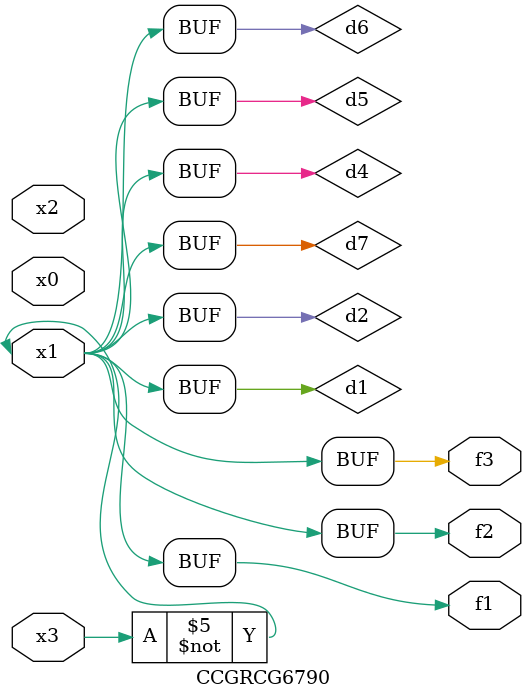
<source format=v>
module CCGRCG6790(
	input x0, x1, x2, x3,
	output f1, f2, f3
);

	wire d1, d2, d3, d4, d5, d6, d7;

	not (d1, x3);
	buf (d2, x1);
	xnor (d3, d1, d2);
	nor (d4, d1);
	buf (d5, d1, d2);
	buf (d6, d4, d5);
	nand (d7, d4);
	assign f1 = d6;
	assign f2 = d7;
	assign f3 = d6;
endmodule

</source>
